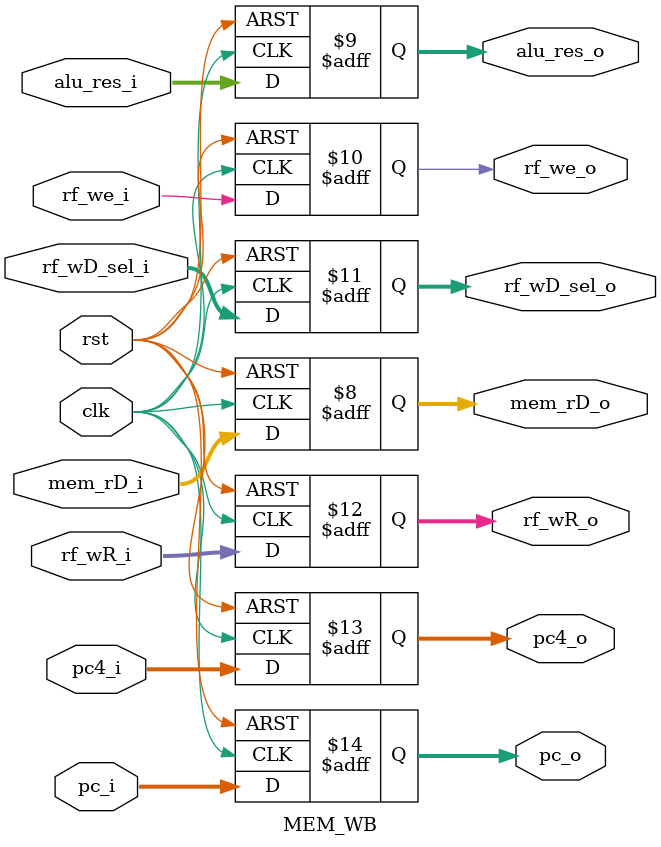
<source format=v>
`timescale 1ns / 1ps
module MEM_WB(
    input   wire        clk,
    input   wire        rst,
    // MEM´«ÖÁWBµÄÐÅºÅ
    input   wire[31:0]  pc_i,
    output  reg[31:0]   pc_o,
    input   wire[31:0]  pc4_i,
    output  reg[31:0]   pc4_o,
    input   wire[4:0]   rf_wR_i,
    output  reg[4:0]    rf_wR_o,
    input   wire[1:0]   rf_wD_sel_i,
    output  reg[1:0]    rf_wD_sel_o,
    input   wire        rf_we_i,
    output  reg         rf_we_o,
    input   wire[31:0]  alu_res_i,
    output  reg[31:0]   alu_res_o,
    input   wire[31:0]  mem_rD_i,
    output  reg[31:0]   mem_rD_o
    );
    
    // pc
    always @(posedge clk or posedge rst) begin
        if(rst)
            pc_o <= 32'h0;
        else
            pc_o <= pc_i;
    end
    
    // pc + 4
    always @(posedge clk or posedge rst) begin
        if(rst)
            pc4_o <= 32'h0;
        else
            pc4_o <= pc4_i;
    end
    
    // rf_wR
    always @(posedge clk or posedge rst) begin
        if(rst)
            rf_wR_o <= 5'h0;
        else
            rf_wR_o <= rf_wR_i;
    end
    
    // rf_wD_sel
    always @(posedge clk or posedge rst) begin
        if(rst)
            rf_wD_sel_o <= 2'h0;
        else
            rf_wD_sel_o <= rf_wD_sel_i;
    end
    
    // rf_we
    always @(posedge clk or posedge rst) begin
        if(rst)
            rf_we_o <= 1'b0;
        else
            rf_we_o <= rf_we_i;
    end
    
    // alu_res
    always @(posedge clk or posedge rst) begin
        if(rst)
            alu_res_o <= 32'h0;
        else
            alu_res_o <= alu_res_i;
    end
    
    // mem_rD
    always @(posedge clk or posedge rst) begin
        if(rst)
            mem_rD_o <= 32'h0;
        else
            mem_rD_o <= mem_rD_i;
    end
    
endmodule

</source>
